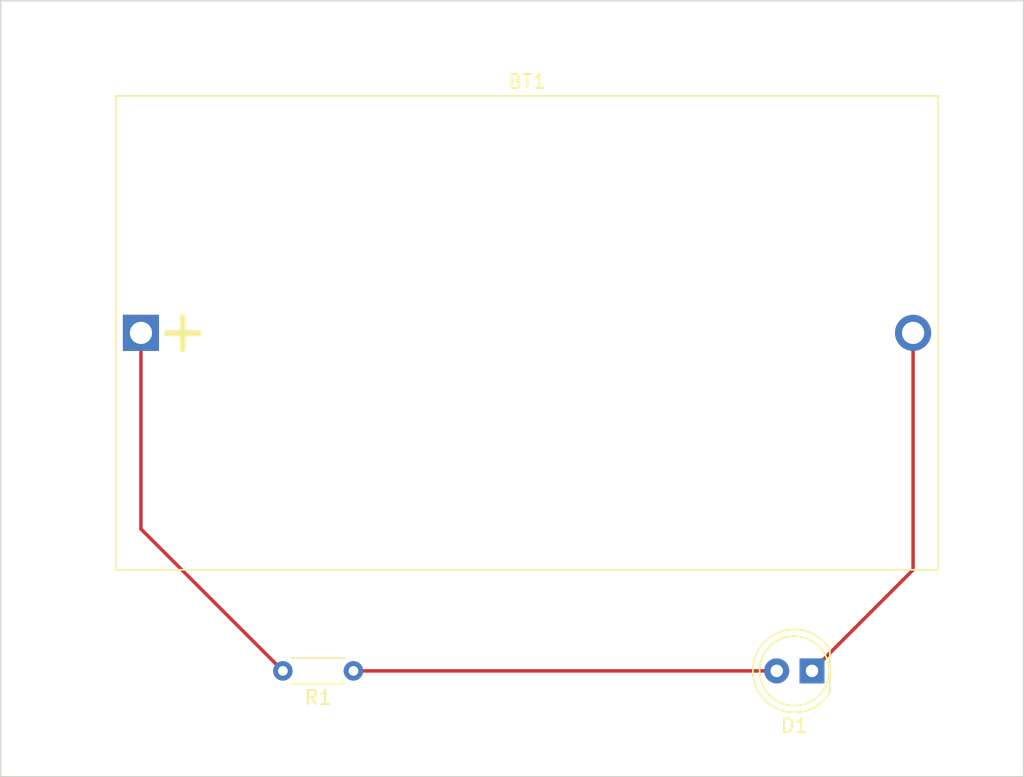
<source format=kicad_pcb>
(kicad_pcb (version 20221018) (generator pcbnew)
  (layers (0 "F.Cu" signal) (31 "B.Cu" signal) (34 "B.Paste" user) (35 "F.Paste" user) (36 "B.SilkS" user "B.Silkscreen") (37 "F.SilkS" user "F.Silkscreen") (38 "B.Mask" user) (39 "F.Mask" user) (44 "Edge.Cuts" user))
  (net 0 "")
  (net 1 "Net-(BT1-+)")
  (net 2 "Net-(BT1--)")
  (net 3 "Net-(D1-A)")
  (footprint "LED_THT:LED_D5.0mm" (layer "F.Cu") (at 165.1 111.76 180)
    (fp_text reference "D1" (at 1.27 -3.96) (layer "F.SilkS"))
    (fp_text value "LED")
    (fp_line (start -1.29 -1.545) (end -1.29 1.545) (stroke (width 0.12)) (layer "F.SilkS"))
    (fp_arc (start -1.29 -1.54483) (mid 2.072002 -2.880433) (end 4.26 0.000462) (stroke (width 0.12)) (layer "F.SilkS"))
    (fp_arc (start 4.26 -0.000462) (mid 2.072002 2.880433) (end -1.29 1.54483) (stroke (width 0.12)) (layer "F.SilkS"))
    (fp_circle (center 1.27 0) (end 3.77 0) (stroke (width 0.12)) (fill none) (layer "F.SilkS"))
    (pad "1" thru_hole rect (at 0 0 180) (size 1.8 1.8) (drill 0.9) (layers "*.Cu" "*.Mask") (net 2 "Net-(BT1--)"))
    (pad "2" thru_hole circle (at 2.54 0 180) (size 1.8 1.8) (drill 0.9) (layers "*.Cu" "*.Mask") (net 3 "Net-(D1-A)"))
  )
  (footprint "Battery:BatteryHolder_Bulgin_BX0036_1xC" (layer "F.Cu") (at 116.78 87.42)
    (fp_text reference "BT1" (at 27.8 -18.1) (layer "F.SilkS"))
    (fp_text value "9V")
    (fp_text user "+" (at 3 -0.2) (layer "F.SilkS") (effects (font (size 3 3) (thickness 0.45))))
    (fp_line (start -1.81 -17.06) (end -1.81 17.06) (stroke (width 0.12)) (layer "F.SilkS"))
    (fp_line (start -1.81 -17.06) (end 57.41 -17.06) (stroke (width 0.12)) (layer "F.SilkS"))
    (fp_line (start -1.81 17.06) (end 57.41 17.06) (stroke (width 0.12)) (layer "F.SilkS"))
    (fp_line (start 57.41 -17.06) (end 57.41 17.06) (stroke (width 0.12)) (layer "F.SilkS"))
    (pad "" np_thru_hole circle (at 11.9 0) (size 3.8 3.8) (drill 3.8) (layers "*.Cu" "*.Mask"))
    (pad "" np_thru_hole circle (at 43.7 0) (size 3.8 3.8) (drill 3.8) (layers "*.Cu" "*.Mask"))
    (pad "1" thru_hole rect (at 0 0) (size 2.6 2.6) (drill 1.6) (layers "*.Cu" "*.Mask") (net 1 "Net-(BT1-+)"))
    (pad "2" thru_hole circle (at 55.6 0) (size 2.6 2.6) (drill 1.6) (layers "*.Cu" "*.Mask") (net 2 "Net-(BT1--)"))
  )
  (footprint "Resistor_THT:R_Axial_DIN0204_L3.6mm_D1.6mm_P5.08mm_Horizontal" (layer "F.Cu") (at 132.08 111.76 180)
    (fp_text reference "R1" (at 2.54 -1.92) (layer "F.SilkS"))
    (fp_text value "330")
    (fp_line (start 0.62 -0.92) (end 4.46 -0.92) (stroke (width 0.12)) (layer "F.SilkS"))
    (fp_line (start 0.62 0.92) (end 4.46 0.92) (stroke (width 0.12)) (layer "F.SilkS"))
    (pad "1" thru_hole circle (at 0 0 180) (size 1.4 1.4) (drill 0.7) (layers "*.Cu" "*.Mask") (net 3 "Net-(D1-A)"))
    (pad "2" thru_hole oval (at 5.08 0 180) (size 1.4 1.4) (drill 0.7) (layers "*.Cu" "*.Mask") (net 1 "Net-(BT1-+)"))
  )
  (gr_rect (start 106.68 63.5) (end 180.34 119.38) (stroke (width 0.1)) (fill none) (layer "Edge.Cuts"))
  (segment (start 116.78 87.42) (end 116.78 101.54) (width 0.25) (layer "F.Cu") (net 1))
  (segment (start 116.78 101.54) (end 127 111.76) (width 0.25) (layer "F.Cu") (net 1))
  (segment (start 172.38 104.48) (end 165.1 111.76) (width 0.25) (layer "F.Cu") (net 2))
  (segment (start 172.38 87.42) (end 172.38 104.48) (width 0.25) (layer "F.Cu") (net 2))
  (segment (start 132.08 111.76) (end 162.56 111.76) (width 0.25) (layer "F.Cu") (net 3))
)
</source>
